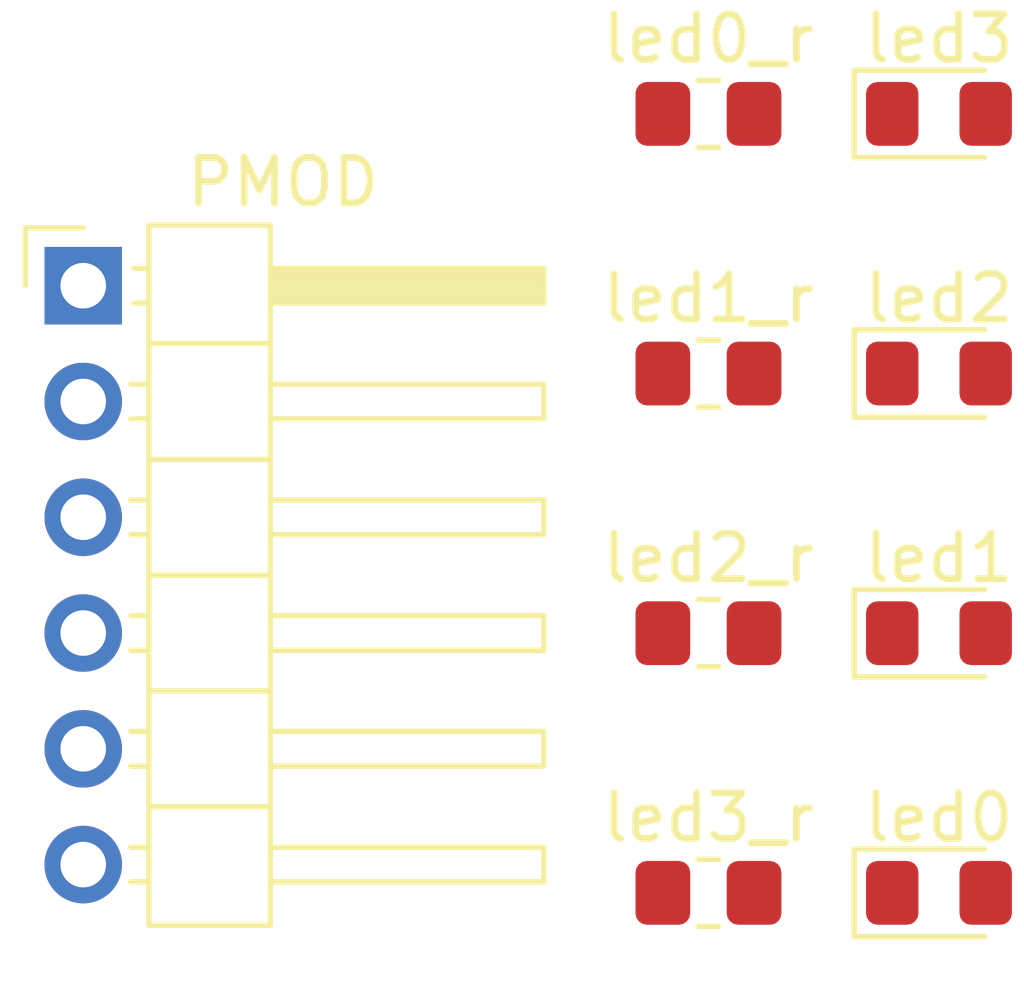
<source format=kicad_pcb>
(kicad_pcb (version 20221018) (generator pcbnew)
  (layers (0 "F.Cu" signal) (31 "B.Cu" signal) (34 "B.Paste" user) (35 "F.Paste" user) (36 "B.SilkS" user "B.Silkscreen") (37 "F.SilkS" user "F.Silkscreen") (38 "B.Mask" user) (39 "F.Mask" user) (44 "Edge.Cuts" user))
  (net 0 "")
  (net 1 "VCC3V3")
  (net 2 "GND")
  (footprint "R_0805_2012Metric_Pad1.20x1.40mm_HandSolder" (layer "F.Cu") (at 13.709524 7.6235)
    (fp_text reference "led2_r" (at 0 -1.65) (layer "F.SilkS"))
    (fp_text value "270")
    (fp_line (start -0.227064 -0.735) (end 0.227064 -0.735) (stroke (width 0.12)) (layer "F.SilkS"))
    (fp_line (start -0.227064 0.735) (end 0.227064 0.735) (stroke (width 0.12)) (layer "F.SilkS"))
    (pad "1" smd roundrect (at -1 0) (size 1.2 1.4) (layers "F.Cu" "F.Paste" "F.Mask") (roundrect_rratio 0.208333))
    (pad "2" smd roundrect (at 1 0) (size 1.2 1.4) (layers "F.Cu" "F.Paste" "F.Mask") (roundrect_rratio 0.208333))
  )
  (footprint "LED_0805_2012Metric_Pad1.15x1.40mm_HandSolder" (layer "F.Cu") (at 18.764049 7.6235)
    (fp_text reference "led1" (at 0 -1.65) (layer "F.SilkS"))
    (fp_text value "LED")
    (fp_line (start -1.86 -0.96) (end -1.86 0.96) (stroke (width 0.12)) (layer "F.SilkS"))
    (fp_line (start -1.86 0.96) (end 1 0.96) (stroke (width 0.12)) (layer "F.SilkS"))
    (fp_line (start 1 -0.96) (end -1.86 -0.96) (stroke (width 0.12)) (layer "F.SilkS"))
    (pad "1" smd roundrect (at -1.025 0) (size 1.15 1.4) (layers "F.Cu" "F.Paste" "F.Mask") (roundrect_rratio 0.217391))
    (pad "2" smd roundrect (at 1.025 0) (size 1.15 1.4) (layers "F.Cu" "F.Paste" "F.Mask") (roundrect_rratio 0.217391))
  )
  (footprint "PinHeader_1x06_P2.54mm_Horizontal" (layer "F.Cu") (at 0 0)
    (fp_text reference "PMOD" (at 4.385 -2.27) (layer "F.SilkS"))
    (fp_text value "Conn_01x06")
    (fp_line (start -1.27 -1.27) (end 0 -1.27) (stroke (width 0.12)) (layer "F.SilkS"))
    (fp_line (start -1.27 0) (end -1.27 -1.27) (stroke (width 0.12)) (layer "F.SilkS"))
    (fp_line (start 1.042929 2.16) (end 1.44 2.16) (stroke (width 0.12)) (layer "F.SilkS"))
    (fp_line (start 1.042929 2.92) (end 1.44 2.92) (stroke (width 0.12)) (layer "F.SilkS"))
    (fp_line (start 1.042929 4.7) (end 1.44 4.7) (stroke (width 0.12)) (layer "F.SilkS"))
    (fp_line (start 1.042929 5.46) (end 1.44 5.46) (stroke (width 0.12)) (layer "F.SilkS"))
    (fp_line (start 1.042929 7.24) (end 1.44 7.24) (stroke (width 0.12)) (layer "F.SilkS"))
    (fp_line (start 1.042929 8) (end 1.44 8) (stroke (width 0.12)) (layer "F.SilkS"))
    (fp_line (start 1.042929 9.78) (end 1.44 9.78) (stroke (width 0.12)) (layer "F.SilkS"))
    (fp_line (start 1.042929 10.54) (end 1.44 10.54) (stroke (width 0.12)) (layer "F.SilkS"))
    (fp_line (start 1.042929 12.32) (end 1.44 12.32) (stroke (width 0.12)) (layer "F.SilkS"))
    (fp_line (start 1.042929 13.08) (end 1.44 13.08) (stroke (width 0.12)) (layer "F.SilkS"))
    (fp_line (start 1.11 -0.38) (end 1.44 -0.38) (stroke (width 0.12)) (layer "F.SilkS"))
    (fp_line (start 1.11 0.38) (end 1.44 0.38) (stroke (width 0.12)) (layer "F.SilkS"))
    (fp_line (start 1.44 -1.33) (end 1.44 14.03) (stroke (width 0.12)) (layer "F.SilkS"))
    (fp_line (start 1.44 1.27) (end 4.1 1.27) (stroke (width 0.12)) (layer "F.SilkS"))
    (fp_line (start 1.44 3.81) (end 4.1 3.81) (stroke (width 0.12)) (layer "F.SilkS"))
    (fp_line (start 1.44 6.35) (end 4.1 6.35) (stroke (width 0.12)) (layer "F.SilkS"))
    (fp_line (start 1.44 8.89) (end 4.1 8.89) (stroke (width 0.12)) (layer "F.SilkS"))
    (fp_line (start 1.44 11.43) (end 4.1 11.43) (stroke (width 0.12)) (layer "F.SilkS"))
    (fp_line (start 1.44 14.03) (end 4.1 14.03) (stroke (width 0.12)) (layer "F.SilkS"))
    (fp_line (start 4.1 -1.33) (end 1.44 -1.33) (stroke (width 0.12)) (layer "F.SilkS"))
    (fp_line (start 4.1 -0.38) (end 10.1 -0.38) (stroke (width 0.12)) (layer "F.SilkS"))
    (fp_line (start 4.1 -0.32) (end 10.1 -0.32) (stroke (width 0.12)) (layer "F.SilkS"))
    (fp_line (start 4.1 -0.2) (end 10.1 -0.2) (stroke (width 0.12)) (layer "F.SilkS"))
    (fp_line (start 4.1 -0.08) (end 10.1 -0.08) (stroke (width 0.12)) (layer "F.SilkS"))
    (fp_line (start 4.1 0.04) (end 10.1 0.04) (stroke (width 0.12)) (layer "F.SilkS"))
    (fp_line (start 4.1 0.16) (end 10.1 0.16) (stroke (width 0.12)) (layer "F.SilkS"))
    (fp_line (start 4.1 0.28) (end 10.1 0.28) (stroke (width 0.12)) (layer "F.SilkS"))
    (fp_line (start 4.1 2.16) (end 10.1 2.16) (stroke (width 0.12)) (layer "F.SilkS"))
    (fp_line (start 4.1 4.7) (end 10.1 4.7) (stroke (width 0.12)) (layer "F.SilkS"))
    (fp_line (start 4.1 7.24) (end 10.1 7.24) (stroke (width 0.12)) (layer "F.SilkS"))
    (fp_line (start 4.1 9.78) (end 10.1 9.78) (stroke (width 0.12)) (layer "F.SilkS"))
    (fp_line (start 4.1 12.32) (end 10.1 12.32) (stroke (width 0.12)) (layer "F.SilkS"))
    (fp_line (start 4.1 14.03) (end 4.1 -1.33) (stroke (width 0.12)) (layer "F.SilkS"))
    (fp_line (start 10.1 -0.38) (end 10.1 0.38) (stroke (width 0.12)) (layer "F.SilkS"))
    (fp_line (start 10.1 0.38) (end 4.1 0.38) (stroke (width 0.12)) (layer "F.SilkS"))
    (fp_line (start 10.1 2.16) (end 10.1 2.92) (stroke (width 0.12)) (layer "F.SilkS"))
    (fp_line (start 10.1 2.92) (end 4.1 2.92) (stroke (width 0.12)) (layer "F.SilkS"))
    (fp_line (start 10.1 4.7) (end 10.1 5.46) (stroke (width 0.12)) (layer "F.SilkS"))
    (fp_line (start 10.1 5.46) (end 4.1 5.46) (stroke (width 0.12)) (layer "F.SilkS"))
    (fp_line (start 10.1 7.24) (end 10.1 8) (stroke (width 0.12)) (layer "F.SilkS"))
    (fp_line (start 10.1 8) (end 4.1 8) (stroke (width 0.12)) (layer "F.SilkS"))
    (fp_line (start 10.1 9.78) (end 10.1 10.54) (stroke (width 0.12)) (layer "F.SilkS"))
    (fp_line (start 10.1 10.54) (end 4.1 10.54) (stroke (width 0.12)) (layer "F.SilkS"))
    (fp_line (start 10.1 12.32) (end 10.1 13.08) (stroke (width 0.12)) (layer "F.SilkS"))
    (fp_line (start 10.1 13.08) (end 4.1 13.08) (stroke (width 0.12)) (layer "F.SilkS"))
    (pad "1" thru_hole rect (at 0 0) (size 1.7 1.7) (drill 1) (layers "*.Cu" "*.Mask"))
    (pad "2" thru_hole oval (at 0 2.54) (size 1.7 1.7) (drill 1) (layers "*.Cu" "*.Mask"))
    (pad "3" thru_hole oval (at 0 5.08) (size 1.7 1.7) (drill 1) (layers "*.Cu" "*.Mask"))
    (pad "4" thru_hole oval (at 0 7.62) (size 1.7 1.7) (drill 1) (layers "*.Cu" "*.Mask"))
    (pad "5" thru_hole oval (at 0 10.16) (size 1.7 1.7) (drill 1) (layers "*.Cu" "*.Mask") (net 2 "GND"))
    (pad "6" thru_hole oval (at 0 12.7) (size 1.7 1.7) (drill 1) (layers "*.Cu" "*.Mask") (net 1 "VCC3V3"))
  )
  (footprint "R_0805_2012Metric_Pad1.20x1.40mm_HandSolder" (layer "F.Cu") (at 13.709524 1.927)
    (fp_text reference "led1_r" (at 0 -1.65) (layer "F.SilkS"))
    (fp_text value "270")
    (fp_line (start -0.227064 -0.735) (end 0.227064 -0.735) (stroke (width 0.12)) (layer "F.SilkS"))
    (fp_line (start -0.227064 0.735) (end 0.227064 0.735) (stroke (width 0.12)) (layer "F.SilkS"))
    (pad "1" smd roundrect (at -1 0) (size 1.2 1.4) (layers "F.Cu" "F.Paste" "F.Mask") (roundrect_rratio 0.208333))
    (pad "2" smd roundrect (at 1 0) (size 1.2 1.4) (layers "F.Cu" "F.Paste" "F.Mask") (roundrect_rratio 0.208333))
  )
  (footprint "LED_0805_2012Metric_Pad1.15x1.40mm_HandSolder" (layer "F.Cu") (at 18.764049 1.927)
    (fp_text reference "led2" (at 0 -1.65) (layer "F.SilkS"))
    (fp_text value "LED")
    (fp_line (start -1.86 -0.96) (end -1.86 0.96) (stroke (width 0.12)) (layer "F.SilkS"))
    (fp_line (start -1.86 0.96) (end 1 0.96) (stroke (width 0.12)) (layer "F.SilkS"))
    (fp_line (start 1 -0.96) (end -1.86 -0.96) (stroke (width 0.12)) (layer "F.SilkS"))
    (pad "1" smd roundrect (at -1.025 0) (size 1.15 1.4) (layers "F.Cu" "F.Paste" "F.Mask") (roundrect_rratio 0.217391))
    (pad "2" smd roundrect (at 1.025 0) (size 1.15 1.4) (layers "F.Cu" "F.Paste" "F.Mask") (roundrect_rratio 0.217391))
  )
  (footprint "R_0805_2012Metric_Pad1.20x1.40mm_HandSolder" (layer "F.Cu") (at 13.709524 -3.7695)
    (fp_text reference "led0_r" (at 0 -1.65) (layer "F.SilkS"))
    (fp_text value "270")
    (fp_line (start -0.227064 -0.735) (end 0.227064 -0.735) (stroke (width 0.12)) (layer "F.SilkS"))
    (fp_line (start -0.227064 0.735) (end 0.227064 0.735) (stroke (width 0.12)) (layer "F.SilkS"))
    (pad "1" smd roundrect (at -1 0) (size 1.2 1.4) (layers "F.Cu" "F.Paste" "F.Mask") (roundrect_rratio 0.208333))
    (pad "2" smd roundrect (at 1 0) (size 1.2 1.4) (layers "F.Cu" "F.Paste" "F.Mask") (roundrect_rratio 0.208333))
  )
  (footprint "R_0805_2012Metric_Pad1.20x1.40mm_HandSolder" (layer "F.Cu") (at 13.709524 13.32)
    (fp_text reference "led3_r" (at 0 -1.65) (layer "F.SilkS"))
    (fp_text value "270")
    (fp_line (start -0.227064 -0.735) (end 0.227064 -0.735) (stroke (width 0.12)) (layer "F.SilkS"))
    (fp_line (start -0.227064 0.735) (end 0.227064 0.735) (stroke (width 0.12)) (layer "F.SilkS"))
    (pad "1" smd roundrect (at -1 0) (size 1.2 1.4) (layers "F.Cu" "F.Paste" "F.Mask") (roundrect_rratio 0.208333))
    (pad "2" smd roundrect (at 1 0) (size 1.2 1.4) (layers "F.Cu" "F.Paste" "F.Mask") (roundrect_rratio 0.208333))
  )
  (footprint "LED_0805_2012Metric_Pad1.15x1.40mm_HandSolder" (layer "F.Cu") (at 18.764049 13.32)
    (fp_text reference "led0" (at 0 -1.65) (layer "F.SilkS"))
    (fp_text value "LED")
    (fp_line (start -1.86 -0.96) (end -1.86 0.96) (stroke (width 0.12)) (layer "F.SilkS"))
    (fp_line (start -1.86 0.96) (end 1 0.96) (stroke (width 0.12)) (layer "F.SilkS"))
    (fp_line (start 1 -0.96) (end -1.86 -0.96) (stroke (width 0.12)) (layer "F.SilkS"))
    (pad "1" smd roundrect (at -1.025 0) (size 1.15 1.4) (layers "F.Cu" "F.Paste" "F.Mask") (roundrect_rratio 0.217391))
    (pad "2" smd roundrect (at 1.025 0) (size 1.15 1.4) (layers "F.Cu" "F.Paste" "F.Mask") (roundrect_rratio 0.217391))
  )
  (footprint "LED_0805_2012Metric_Pad1.15x1.40mm_HandSolder" (layer "F.Cu") (at 18.764049 -3.7695)
    (fp_text reference "led3" (at 0 -1.65) (layer "F.SilkS"))
    (fp_text value "LED")
    (fp_line (start -1.86 -0.96) (end -1.86 0.96) (stroke (width 0.12)) (layer "F.SilkS"))
    (fp_line (start -1.86 0.96) (end 1 0.96) (stroke (width 0.12)) (layer "F.SilkS"))
    (fp_line (start 1 -0.96) (end -1.86 -0.96) (stroke (width 0.12)) (layer "F.SilkS"))
    (pad "1" smd roundrect (at -1.025 0) (size 1.15 1.4) (layers "F.Cu" "F.Paste" "F.Mask") (roundrect_rratio 0.217391))
    (pad "2" smd roundrect (at 1.025 0) (size 1.15 1.4) (layers "F.Cu" "F.Paste" "F.Mask") (roundrect_rratio 0.217391))
  )
)
</source>
